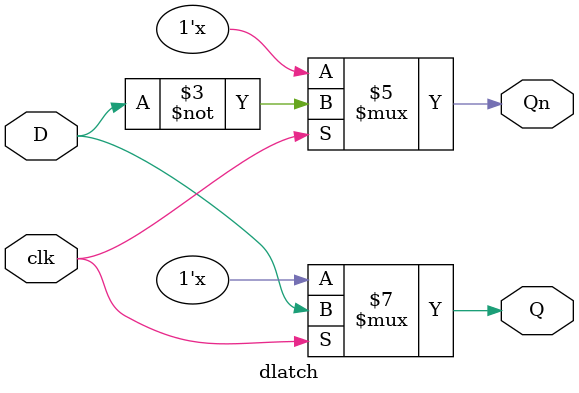
<source format=v>
/* verilator lint_off COMBDLY */
`timescale 1ns/1ps
module dlatch(input wire clk, D, output reg Q, Qn);
    initial begin;
        $display("dlatch");
    end

    always @(clk or D) begin
        if (clk == 1'b1)
        begin
            Q <= D; // using blocking '=' also works but it will be interpreted as a combinational device which defeats the purpose of having a clock
            Qn <= ~D;
        end
    end
endmodule

</source>
